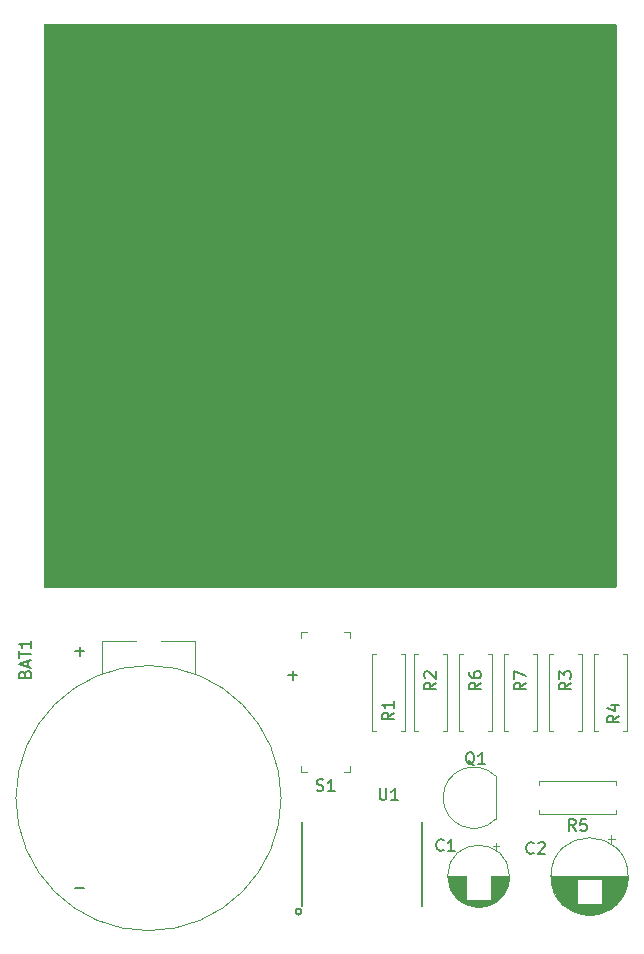
<source format=gto>
%TF.GenerationSoftware,KiCad,Pcbnew,(6.0.6)*%
%TF.CreationDate,2022-11-23T01:26:38+07:00*%
%TF.ProjectId,555_Badge,3535355f-4261-4646-9765-2e6b69636164,v01*%
%TF.SameCoordinates,Original*%
%TF.FileFunction,Legend,Top*%
%TF.FilePolarity,Positive*%
%FSLAX46Y46*%
G04 Gerber Fmt 4.6, Leading zero omitted, Abs format (unit mm)*
G04 Created by KiCad (PCBNEW (6.0.6)) date 2022-11-23 01:26:38*
%MOMM*%
%LPD*%
G01*
G04 APERTURE LIST*
%ADD10C,0.150000*%
%ADD11C,0.120000*%
%ADD12C,0.203200*%
%ADD13C,0.100000*%
G04 APERTURE END LIST*
D10*
X132207047Y-121948428D02*
X132968952Y-121948428D01*
X150241047Y-103957428D02*
X151002952Y-103957428D01*
X150622000Y-104338380D02*
X150622000Y-103576476D01*
X132207047Y-101925428D02*
X132968952Y-101925428D01*
X132588000Y-102306380D02*
X132588000Y-101544476D01*
%TO.C,R7*%
X170378380Y-104560666D02*
X169902190Y-104894000D01*
X170378380Y-105132095D02*
X169378380Y-105132095D01*
X169378380Y-104751142D01*
X169426000Y-104655904D01*
X169473619Y-104608285D01*
X169568857Y-104560666D01*
X169711714Y-104560666D01*
X169806952Y-104608285D01*
X169854571Y-104655904D01*
X169902190Y-104751142D01*
X169902190Y-105132095D01*
X169378380Y-104227333D02*
X169378380Y-103560666D01*
X170378380Y-103989238D01*
%TO.C,U1*%
X157988095Y-113498380D02*
X157988095Y-114307904D01*
X158035714Y-114403142D01*
X158083333Y-114450761D01*
X158178571Y-114498380D01*
X158369047Y-114498380D01*
X158464285Y-114450761D01*
X158511904Y-114403142D01*
X158559523Y-114307904D01*
X158559523Y-113498380D01*
X159559523Y-114498380D02*
X158988095Y-114498380D01*
X159273809Y-114498380D02*
X159273809Y-113498380D01*
X159178571Y-113641238D01*
X159083333Y-113736476D01*
X158988095Y-113784095D01*
%TO.C,R2*%
X162758380Y-104560666D02*
X162282190Y-104894000D01*
X162758380Y-105132095D02*
X161758380Y-105132095D01*
X161758380Y-104751142D01*
X161806000Y-104655904D01*
X161853619Y-104608285D01*
X161948857Y-104560666D01*
X162091714Y-104560666D01*
X162186952Y-104608285D01*
X162234571Y-104655904D01*
X162282190Y-104751142D01*
X162282190Y-105132095D01*
X161853619Y-104179714D02*
X161806000Y-104132095D01*
X161758380Y-104036857D01*
X161758380Y-103798761D01*
X161806000Y-103703523D01*
X161853619Y-103655904D01*
X161948857Y-103608285D01*
X162044095Y-103608285D01*
X162186952Y-103655904D01*
X162758380Y-104227333D01*
X162758380Y-103608285D01*
%TO.C,D1*%
X151494380Y-74647095D02*
X150494380Y-74647095D01*
X150494380Y-74409000D01*
X150542000Y-74266142D01*
X150637238Y-74170904D01*
X150732476Y-74123285D01*
X150922952Y-74075666D01*
X151065809Y-74075666D01*
X151256285Y-74123285D01*
X151351523Y-74170904D01*
X151446761Y-74266142D01*
X151494380Y-74409000D01*
X151494380Y-74647095D01*
X151494380Y-73123285D02*
X151494380Y-73694714D01*
X151494380Y-73409000D02*
X150494380Y-73409000D01*
X150637238Y-73504238D01*
X150732476Y-73599476D01*
X150780095Y-73694714D01*
%TO.C,D2*%
X165210380Y-74652095D02*
X164210380Y-74652095D01*
X164210380Y-74414000D01*
X164258000Y-74271142D01*
X164353238Y-74175904D01*
X164448476Y-74128285D01*
X164638952Y-74080666D01*
X164781809Y-74080666D01*
X164972285Y-74128285D01*
X165067523Y-74175904D01*
X165162761Y-74271142D01*
X165210380Y-74414000D01*
X165210380Y-74652095D01*
X164305619Y-73699714D02*
X164258000Y-73652095D01*
X164210380Y-73556857D01*
X164210380Y-73318761D01*
X164258000Y-73223523D01*
X164305619Y-73175904D01*
X164400857Y-73128285D01*
X164496095Y-73128285D01*
X164638952Y-73175904D01*
X165210380Y-73747333D01*
X165210380Y-73128285D01*
%TO.C,R6*%
X166568380Y-104560666D02*
X166092190Y-104894000D01*
X166568380Y-105132095D02*
X165568380Y-105132095D01*
X165568380Y-104751142D01*
X165616000Y-104655904D01*
X165663619Y-104608285D01*
X165758857Y-104560666D01*
X165901714Y-104560666D01*
X165996952Y-104608285D01*
X166044571Y-104655904D01*
X166092190Y-104751142D01*
X166092190Y-105132095D01*
X165568380Y-103703523D02*
X165568380Y-103894000D01*
X165616000Y-103989238D01*
X165663619Y-104036857D01*
X165806476Y-104132095D01*
X165996952Y-104179714D01*
X166377904Y-104179714D01*
X166473142Y-104132095D01*
X166520761Y-104084476D01*
X166568380Y-103989238D01*
X166568380Y-103798761D01*
X166520761Y-103703523D01*
X166473142Y-103655904D01*
X166377904Y-103608285D01*
X166139809Y-103608285D01*
X166044571Y-103655904D01*
X165996952Y-103703523D01*
X165949333Y-103798761D01*
X165949333Y-103989238D01*
X165996952Y-104084476D01*
X166044571Y-104132095D01*
X166139809Y-104179714D01*
%TO.C,S1*%
X152654095Y-113688761D02*
X152796952Y-113736380D01*
X153035047Y-113736380D01*
X153130285Y-113688761D01*
X153177904Y-113641142D01*
X153225523Y-113545904D01*
X153225523Y-113450666D01*
X153177904Y-113355428D01*
X153130285Y-113307809D01*
X153035047Y-113260190D01*
X152844571Y-113212571D01*
X152749333Y-113164952D01*
X152701714Y-113117333D01*
X152654095Y-113022095D01*
X152654095Y-112926857D01*
X152701714Y-112831619D01*
X152749333Y-112784000D01*
X152844571Y-112736380D01*
X153082666Y-112736380D01*
X153225523Y-112784000D01*
X154177904Y-113736380D02*
X153606476Y-113736380D01*
X153892190Y-113736380D02*
X153892190Y-112736380D01*
X153796952Y-112879238D01*
X153701714Y-112974476D01*
X153606476Y-113022095D01*
%TO.C,BAT1*%
X127944571Y-103830285D02*
X127992190Y-103687428D01*
X128039809Y-103639809D01*
X128135047Y-103592190D01*
X128277904Y-103592190D01*
X128373142Y-103639809D01*
X128420761Y-103687428D01*
X128468380Y-103782666D01*
X128468380Y-104163619D01*
X127468380Y-104163619D01*
X127468380Y-103830285D01*
X127516000Y-103735047D01*
X127563619Y-103687428D01*
X127658857Y-103639809D01*
X127754095Y-103639809D01*
X127849333Y-103687428D01*
X127896952Y-103735047D01*
X127944571Y-103830285D01*
X127944571Y-104163619D01*
X128182666Y-103211238D02*
X128182666Y-102735047D01*
X128468380Y-103306476D02*
X127468380Y-102973142D01*
X128468380Y-102639809D01*
X127468380Y-102449333D02*
X127468380Y-101877904D01*
X128468380Y-102163619D02*
X127468380Y-102163619D01*
X128468380Y-101020761D02*
X128468380Y-101592190D01*
X128468380Y-101306476D02*
X127468380Y-101306476D01*
X127611238Y-101401714D01*
X127706476Y-101496952D01*
X127754095Y-101592190D01*
%TO.C,R5*%
X174585333Y-117122380D02*
X174252000Y-116646190D01*
X174013904Y-117122380D02*
X174013904Y-116122380D01*
X174394857Y-116122380D01*
X174490095Y-116170000D01*
X174537714Y-116217619D01*
X174585333Y-116312857D01*
X174585333Y-116455714D01*
X174537714Y-116550952D01*
X174490095Y-116598571D01*
X174394857Y-116646190D01*
X174013904Y-116646190D01*
X175490095Y-116122380D02*
X175013904Y-116122380D01*
X174966285Y-116598571D01*
X175013904Y-116550952D01*
X175109142Y-116503333D01*
X175347238Y-116503333D01*
X175442476Y-116550952D01*
X175490095Y-116598571D01*
X175537714Y-116693809D01*
X175537714Y-116931904D01*
X175490095Y-117027142D01*
X175442476Y-117074761D01*
X175347238Y-117122380D01*
X175109142Y-117122380D01*
X175013904Y-117074761D01*
X174966285Y-117027142D01*
%TO.C,R4*%
X178252380Y-107354666D02*
X177776190Y-107688000D01*
X178252380Y-107926095D02*
X177252380Y-107926095D01*
X177252380Y-107545142D01*
X177300000Y-107449904D01*
X177347619Y-107402285D01*
X177442857Y-107354666D01*
X177585714Y-107354666D01*
X177680952Y-107402285D01*
X177728571Y-107449904D01*
X177776190Y-107545142D01*
X177776190Y-107926095D01*
X177585714Y-106497523D02*
X178252380Y-106497523D01*
X177204761Y-106735619D02*
X177919047Y-106973714D01*
X177919047Y-106354666D01*
%TO.C,C1*%
X163409333Y-118721142D02*
X163361714Y-118768761D01*
X163218857Y-118816380D01*
X163123619Y-118816380D01*
X162980761Y-118768761D01*
X162885523Y-118673523D01*
X162837904Y-118578285D01*
X162790285Y-118387809D01*
X162790285Y-118244952D01*
X162837904Y-118054476D01*
X162885523Y-117959238D01*
X162980761Y-117864000D01*
X163123619Y-117816380D01*
X163218857Y-117816380D01*
X163361714Y-117864000D01*
X163409333Y-117911619D01*
X164361714Y-118816380D02*
X163790285Y-118816380D01*
X164076000Y-118816380D02*
X164076000Y-117816380D01*
X163980761Y-117959238D01*
X163885523Y-118054476D01*
X163790285Y-118102095D01*
%TO.C,R1*%
X159202380Y-107100666D02*
X158726190Y-107434000D01*
X159202380Y-107672095D02*
X158202380Y-107672095D01*
X158202380Y-107291142D01*
X158250000Y-107195904D01*
X158297619Y-107148285D01*
X158392857Y-107100666D01*
X158535714Y-107100666D01*
X158630952Y-107148285D01*
X158678571Y-107195904D01*
X158726190Y-107291142D01*
X158726190Y-107672095D01*
X159202380Y-106148285D02*
X159202380Y-106719714D01*
X159202380Y-106434000D02*
X158202380Y-106434000D01*
X158345238Y-106529238D01*
X158440476Y-106624476D01*
X158488095Y-106719714D01*
%TO.C,R3*%
X174188380Y-104560666D02*
X173712190Y-104894000D01*
X174188380Y-105132095D02*
X173188380Y-105132095D01*
X173188380Y-104751142D01*
X173236000Y-104655904D01*
X173283619Y-104608285D01*
X173378857Y-104560666D01*
X173521714Y-104560666D01*
X173616952Y-104608285D01*
X173664571Y-104655904D01*
X173712190Y-104751142D01*
X173712190Y-105132095D01*
X173188380Y-104227333D02*
X173188380Y-103608285D01*
X173569333Y-103941619D01*
X173569333Y-103798761D01*
X173616952Y-103703523D01*
X173664571Y-103655904D01*
X173759809Y-103608285D01*
X173997904Y-103608285D01*
X174093142Y-103655904D01*
X174140761Y-103703523D01*
X174188380Y-103798761D01*
X174188380Y-104084476D01*
X174140761Y-104179714D01*
X174093142Y-104227333D01*
%TO.C,Q1*%
X166020761Y-111545619D02*
X165925523Y-111498000D01*
X165830285Y-111402761D01*
X165687428Y-111259904D01*
X165592190Y-111212285D01*
X165496952Y-111212285D01*
X165544571Y-111450380D02*
X165449333Y-111402761D01*
X165354095Y-111307523D01*
X165306476Y-111117047D01*
X165306476Y-110783714D01*
X165354095Y-110593238D01*
X165449333Y-110498000D01*
X165544571Y-110450380D01*
X165735047Y-110450380D01*
X165830285Y-110498000D01*
X165925523Y-110593238D01*
X165973142Y-110783714D01*
X165973142Y-111117047D01*
X165925523Y-111307523D01*
X165830285Y-111402761D01*
X165735047Y-111450380D01*
X165544571Y-111450380D01*
X166925523Y-111450380D02*
X166354095Y-111450380D01*
X166639809Y-111450380D02*
X166639809Y-110450380D01*
X166544571Y-110593238D01*
X166449333Y-110688476D01*
X166354095Y-110736095D01*
%TO.C,C2*%
X171029333Y-118975142D02*
X170981714Y-119022761D01*
X170838857Y-119070380D01*
X170743619Y-119070380D01*
X170600761Y-119022761D01*
X170505523Y-118927523D01*
X170457904Y-118832285D01*
X170410285Y-118641809D01*
X170410285Y-118498952D01*
X170457904Y-118308476D01*
X170505523Y-118213238D01*
X170600761Y-118118000D01*
X170743619Y-118070380D01*
X170838857Y-118070380D01*
X170981714Y-118118000D01*
X171029333Y-118165619D01*
X171410285Y-118165619D02*
X171457904Y-118118000D01*
X171553142Y-118070380D01*
X171791238Y-118070380D01*
X171886476Y-118118000D01*
X171934095Y-118165619D01*
X171981714Y-118260857D01*
X171981714Y-118356095D01*
X171934095Y-118498952D01*
X171362666Y-119070380D01*
X171981714Y-119070380D01*
D11*
%TO.C,R7*%
X168556000Y-108680000D02*
X168556000Y-102140000D01*
X168886000Y-108680000D02*
X168556000Y-108680000D01*
X170966000Y-108680000D02*
X171296000Y-108680000D01*
X171296000Y-102140000D02*
X170966000Y-102140000D01*
X171296000Y-108680000D02*
X171296000Y-102140000D01*
X168556000Y-102140000D02*
X168886000Y-102140000D01*
D12*
%TO.C,U1*%
X151384000Y-116332000D02*
X151384000Y-123444000D01*
X161544000Y-116332000D02*
X161544000Y-123444000D01*
X151384000Y-123952000D02*
G75*
G03*
X151384000Y-123952000I-254000J0D01*
G01*
D11*
%TO.C,R2*%
X163676000Y-108680000D02*
X163676000Y-102140000D01*
X160936000Y-102140000D02*
X161266000Y-102140000D01*
X163346000Y-108680000D02*
X163676000Y-108680000D01*
X161266000Y-108680000D02*
X160936000Y-108680000D01*
X160936000Y-108680000D02*
X160936000Y-102140000D01*
X163676000Y-102140000D02*
X163346000Y-102140000D01*
%TO.C,D1*%
X147002000Y-72349000D02*
X146846000Y-72349000D01*
X149318000Y-72349000D02*
X149162000Y-72349000D01*
X149161837Y-74950130D02*
G75*
G03*
X149162000Y-72868039I-1079837J1041130D01*
G01*
X149160608Y-75581335D02*
G75*
G03*
X149317516Y-72349000I-1078608J1672335D01*
G01*
X146846484Y-72349000D02*
G75*
G03*
X147003392Y-75581335I1235516J-1560000D01*
G01*
X147002000Y-72868039D02*
G75*
G03*
X147002163Y-74950130I1080000J-1040961D01*
G01*
%TO.C,D2*%
X160718000Y-72354000D02*
X160562000Y-72354000D01*
X163034000Y-72354000D02*
X162878000Y-72354000D01*
X162877837Y-74955130D02*
G75*
G03*
X162878000Y-72873039I-1079837J1041130D01*
G01*
X160718000Y-72873039D02*
G75*
G03*
X160718163Y-74955130I1080000J-1040961D01*
G01*
X162876608Y-75586335D02*
G75*
G03*
X163033516Y-72354000I-1078608J1672335D01*
G01*
X160562484Y-72354000D02*
G75*
G03*
X160719392Y-75586335I1235516J-1560000D01*
G01*
%TO.C,R6*%
X165076000Y-108680000D02*
X164746000Y-108680000D01*
X167156000Y-108680000D02*
X167486000Y-108680000D01*
X167486000Y-102140000D02*
X167156000Y-102140000D01*
X164746000Y-102140000D02*
X165076000Y-102140000D01*
X167486000Y-108680000D02*
X167486000Y-102140000D01*
X164746000Y-108680000D02*
X164746000Y-102140000D01*
D13*
%TO.C,S1*%
X151316000Y-100252000D02*
X151816000Y-100252000D01*
X155516000Y-100252000D02*
X155016000Y-100252000D01*
X151316000Y-100252000D02*
X151316000Y-100752000D01*
X151316000Y-112152000D02*
X151816000Y-112152000D01*
X155516000Y-112152000D02*
X155516000Y-111652000D01*
X155516000Y-112152000D02*
X155016000Y-112152000D01*
X151316000Y-112152000D02*
X151316000Y-111652000D01*
X155516000Y-100252000D02*
X155516000Y-100752000D01*
%TO.C,BAT1*%
X142341600Y-103771700D02*
X142341600Y-101028500D01*
X134518400Y-103771700D02*
X134518400Y-101028500D01*
X142341600Y-101028500D02*
X139496800Y-101028500D01*
X134518400Y-101028500D02*
X137363200Y-101028500D01*
X149656800Y-114338100D02*
G75*
G03*
X149656800Y-114338100I-11226800J0D01*
G01*
D11*
%TO.C,R5*%
X178022000Y-115670000D02*
X171482000Y-115670000D01*
X178022000Y-112930000D02*
X171482000Y-112930000D01*
X178022000Y-113260000D02*
X178022000Y-112930000D01*
X171482000Y-115670000D02*
X171482000Y-115340000D01*
X171482000Y-112930000D02*
X171482000Y-113260000D01*
X178022000Y-115340000D02*
X178022000Y-115670000D01*
%TO.C,R4*%
X178916000Y-108680000D02*
X178916000Y-102140000D01*
X176176000Y-102140000D02*
X176506000Y-102140000D01*
X176176000Y-108680000D02*
X176176000Y-102140000D01*
X178916000Y-102140000D02*
X178586000Y-102140000D01*
X178586000Y-108680000D02*
X178916000Y-108680000D01*
X176506000Y-108680000D02*
X176176000Y-108680000D01*
%TO.C,C1*%
X168990000Y-120948888D02*
G75*
G03*
X168990000Y-120948888I-2620000J0D01*
G01*
X165330000Y-121308888D02*
X163814000Y-121308888D01*
X168234000Y-122749888D02*
X167410000Y-122749888D01*
X167381000Y-123349888D02*
X165359000Y-123349888D01*
X165330000Y-121108888D02*
X163794000Y-121108888D01*
X168023000Y-122949888D02*
X167410000Y-122949888D01*
X165330000Y-122829888D02*
X164585000Y-122829888D01*
X168935000Y-121228888D02*
X167410000Y-121228888D01*
X167621000Y-123229888D02*
X165119000Y-123229888D01*
X168898000Y-121468888D02*
X167410000Y-121468888D01*
X168069000Y-122909888D02*
X167410000Y-122909888D01*
X168931000Y-121268888D02*
X167410000Y-121268888D01*
X168881000Y-121548888D02*
X167410000Y-121548888D01*
X165330000Y-121789888D02*
X163928000Y-121789888D01*
X167175000Y-123429888D02*
X165565000Y-123429888D01*
X165330000Y-121028888D02*
X163791000Y-121028888D01*
X165330000Y-122269888D02*
X164146000Y-122269888D01*
X167285000Y-123389888D02*
X165455000Y-123389888D01*
X168950000Y-120988888D02*
X167410000Y-120988888D01*
X165330000Y-121548888D02*
X163859000Y-121548888D01*
X165330000Y-122509888D02*
X164305000Y-122509888D01*
X168155000Y-122829888D02*
X167410000Y-122829888D01*
X168307000Y-122669888D02*
X167410000Y-122669888D01*
X168718000Y-122029888D02*
X167410000Y-122029888D01*
X165330000Y-121268888D02*
X163809000Y-121268888D01*
X167047000Y-123469888D02*
X165693000Y-123469888D01*
X165330000Y-121749888D02*
X163915000Y-121749888D01*
X168913000Y-121388888D02*
X167410000Y-121388888D01*
X168570000Y-122309888D02*
X167410000Y-122309888D01*
X165330000Y-122909888D02*
X164671000Y-122909888D01*
X165330000Y-122469888D02*
X164275000Y-122469888D01*
X165330000Y-122189888D02*
X164102000Y-122189888D01*
X165330000Y-121588888D02*
X163869000Y-121588888D01*
X165330000Y-122029888D02*
X164022000Y-122029888D01*
X165330000Y-121709888D02*
X163902000Y-121709888D01*
X168594000Y-122269888D02*
X167410000Y-122269888D01*
X167548000Y-123269888D02*
X165192000Y-123269888D01*
X168950000Y-120948888D02*
X167410000Y-120948888D01*
X165330000Y-122549888D02*
X164335000Y-122549888D01*
X167975000Y-122989888D02*
X164765000Y-122989888D01*
X165330000Y-121669888D02*
X163890000Y-121669888D01*
X167689000Y-123189888D02*
X165051000Y-123189888D01*
X168906000Y-121428888D02*
X167410000Y-121428888D01*
X168699000Y-122069888D02*
X167410000Y-122069888D01*
X168784000Y-121869888D02*
X167410000Y-121869888D01*
X165330000Y-122309888D02*
X164170000Y-122309888D01*
X165330000Y-122669888D02*
X164433000Y-122669888D01*
X165330000Y-120988888D02*
X163790000Y-120988888D01*
X165330000Y-121468888D02*
X163842000Y-121468888D01*
X168660000Y-122149888D02*
X167410000Y-122149888D01*
X168752000Y-121949888D02*
X167410000Y-121949888D01*
X168680000Y-122109888D02*
X167410000Y-122109888D01*
X168374000Y-122589888D02*
X167410000Y-122589888D01*
X165330000Y-122629888D02*
X164399000Y-122629888D01*
X165330000Y-122109888D02*
X164060000Y-122109888D01*
X167813000Y-123109888D02*
X164927000Y-123109888D01*
X165330000Y-121068888D02*
X163792000Y-121068888D01*
X168850000Y-121669888D02*
X167410000Y-121669888D01*
X167468000Y-123309888D02*
X165272000Y-123309888D01*
X168838000Y-121709888D02*
X167410000Y-121709888D01*
X165330000Y-121909888D02*
X163972000Y-121909888D01*
X165330000Y-122869888D02*
X164627000Y-122869888D01*
X165330000Y-121148888D02*
X163797000Y-121148888D01*
X165330000Y-121628888D02*
X163879000Y-121628888D01*
X168465000Y-122469888D02*
X167410000Y-122469888D01*
X167924000Y-123029888D02*
X164816000Y-123029888D01*
X165330000Y-122749888D02*
X164506000Y-122749888D01*
X168196000Y-122789888D02*
X167410000Y-122789888D01*
X168341000Y-122629888D02*
X167410000Y-122629888D01*
X168926000Y-121308888D02*
X167410000Y-121308888D01*
X168617000Y-122229888D02*
X167410000Y-122229888D01*
X168943000Y-121148888D02*
X167410000Y-121148888D01*
X165330000Y-122589888D02*
X164366000Y-122589888D01*
X168871000Y-121588888D02*
X167410000Y-121588888D01*
X168825000Y-121749888D02*
X167410000Y-121749888D01*
X167870000Y-123069888D02*
X164870000Y-123069888D01*
X165330000Y-121989888D02*
X164005000Y-121989888D01*
X165330000Y-122149888D02*
X164080000Y-122149888D01*
X165330000Y-121949888D02*
X163988000Y-121949888D01*
X168949000Y-121028888D02*
X167410000Y-121028888D01*
X165330000Y-121348888D02*
X163820000Y-121348888D01*
X165330000Y-122389888D02*
X164221000Y-122389888D01*
X165330000Y-122429888D02*
X164248000Y-122429888D01*
X165330000Y-122709888D02*
X164469000Y-122709888D01*
X168946000Y-121108888D02*
X167410000Y-121108888D01*
X165330000Y-121508888D02*
X163850000Y-121508888D01*
X167845000Y-118144113D02*
X167845000Y-118644113D01*
X168405000Y-122549888D02*
X167410000Y-122549888D01*
X168890000Y-121508888D02*
X167410000Y-121508888D01*
X165330000Y-121188888D02*
X163801000Y-121188888D01*
X168861000Y-121628888D02*
X167410000Y-121628888D01*
X168095000Y-118394113D02*
X167595000Y-118394113D01*
X165330000Y-120948888D02*
X163790000Y-120948888D01*
X168735000Y-121989888D02*
X167410000Y-121989888D01*
X168271000Y-122709888D02*
X167410000Y-122709888D01*
X168545000Y-122349888D02*
X167410000Y-122349888D01*
X165330000Y-121869888D02*
X163956000Y-121869888D01*
X168812000Y-121789888D02*
X167410000Y-121789888D01*
X168798000Y-121829888D02*
X167410000Y-121829888D01*
X168519000Y-122389888D02*
X167410000Y-122389888D01*
X165330000Y-121228888D02*
X163805000Y-121228888D01*
X168638000Y-122189888D02*
X167410000Y-122189888D01*
X165330000Y-121829888D02*
X163942000Y-121829888D01*
X168920000Y-121348888D02*
X167410000Y-121348888D01*
X168435000Y-122509888D02*
X167410000Y-122509888D01*
X168939000Y-121188888D02*
X167410000Y-121188888D01*
X167753000Y-123149888D02*
X164987000Y-123149888D01*
X168113000Y-122869888D02*
X167410000Y-122869888D01*
X165330000Y-122349888D02*
X164195000Y-122349888D01*
X165330000Y-122069888D02*
X164041000Y-122069888D01*
X166888000Y-123509888D02*
X165852000Y-123509888D01*
X165330000Y-122229888D02*
X164123000Y-122229888D01*
X165330000Y-122789888D02*
X164544000Y-122789888D01*
X168768000Y-121909888D02*
X167410000Y-121909888D01*
X168492000Y-122429888D02*
X167410000Y-122429888D01*
X166654000Y-123549888D02*
X166086000Y-123549888D01*
X165330000Y-121388888D02*
X163827000Y-121388888D01*
X165330000Y-121428888D02*
X163834000Y-121428888D01*
X168948000Y-121068888D02*
X167410000Y-121068888D01*
X165330000Y-122949888D02*
X164717000Y-122949888D01*
%TO.C,R1*%
X159790000Y-102140000D02*
X160120000Y-102140000D01*
X160120000Y-102140000D02*
X160120000Y-108680000D01*
X160120000Y-108680000D02*
X159790000Y-108680000D01*
X157710000Y-102140000D02*
X157380000Y-102140000D01*
X157380000Y-108680000D02*
X157710000Y-108680000D01*
X157380000Y-102140000D02*
X157380000Y-108680000D01*
%TO.C,R3*%
X175106000Y-108680000D02*
X174776000Y-108680000D01*
X174776000Y-102140000D02*
X175106000Y-102140000D01*
X172366000Y-108680000D02*
X172696000Y-108680000D01*
X175106000Y-102140000D02*
X175106000Y-108680000D01*
X172366000Y-102140000D02*
X172366000Y-108680000D01*
X172696000Y-102140000D02*
X172366000Y-102140000D01*
%TO.C,Q1*%
X163367999Y-114300000D02*
G75*
G03*
X167806478Y-116138478I2600001J0D01*
G01*
X167806478Y-112461522D02*
G75*
G03*
X163368000Y-114300000I-1838478J-1838478D01*
G01*
X167818000Y-116100000D02*
X167818000Y-112500000D01*
%TO.C,C2*%
X178974000Y-121371621D02*
X176808000Y-121371621D01*
X174728000Y-122292621D02*
X172816000Y-122292621D01*
X176570000Y-124132621D02*
X174966000Y-124132621D01*
X178111000Y-123212621D02*
X176808000Y-123212621D01*
X174728000Y-121411621D02*
X172567000Y-121411621D01*
X178998000Y-120971621D02*
X172538000Y-120971621D01*
X178484000Y-122732621D02*
X176808000Y-122732621D01*
X174728000Y-122532621D02*
X172934000Y-122532621D01*
X174728000Y-123052621D02*
X173284000Y-123052621D01*
X178738000Y-122252621D02*
X176808000Y-122252621D01*
X174728000Y-122572621D02*
X172956000Y-122572621D01*
X178935000Y-121611621D02*
X176808000Y-121611621D01*
X177482000Y-123732621D02*
X174054000Y-123732621D01*
X177607000Y-117471380D02*
X177607000Y-118101380D01*
X178375000Y-122892621D02*
X176808000Y-122892621D01*
X178963000Y-121451621D02*
X176808000Y-121451621D01*
X174728000Y-122732621D02*
X173052000Y-122732621D01*
X174728000Y-122052621D02*
X172721000Y-122052621D01*
X177200000Y-123892621D02*
X174336000Y-123892621D01*
X178996000Y-121091621D02*
X172540000Y-121091621D01*
X174728000Y-122652621D02*
X173002000Y-122652621D01*
X176827000Y-124052621D02*
X174709000Y-124052621D01*
X178316000Y-122972621D02*
X176808000Y-122972621D01*
X176708000Y-124092621D02*
X174828000Y-124092621D01*
X178770000Y-122172621D02*
X176808000Y-122172621D01*
X178624000Y-122492621D02*
X176808000Y-122492621D01*
X174728000Y-121611621D02*
X172601000Y-121611621D01*
X178927000Y-121651621D02*
X176808000Y-121651621D01*
X174728000Y-121211621D02*
X172546000Y-121211621D01*
X174728000Y-123132621D02*
X173352000Y-123132621D01*
X178992000Y-121171621D02*
X172544000Y-121171621D01*
X177950000Y-123372621D02*
X173586000Y-123372621D01*
X178909000Y-121732621D02*
X176808000Y-121732621D01*
X177905000Y-123412621D02*
X173631000Y-123412621D01*
X178073000Y-123252621D02*
X176808000Y-123252621D01*
X177602000Y-123652621D02*
X173934000Y-123652621D01*
X174728000Y-121892621D02*
X172670000Y-121892621D01*
X174728000Y-122852621D02*
X173132000Y-122852621D01*
X174728000Y-122092621D02*
X172735000Y-122092621D01*
X178957000Y-121491621D02*
X176808000Y-121491621D01*
X174728000Y-122932621D02*
X173190000Y-122932621D01*
X178842000Y-121972621D02*
X176808000Y-121972621D01*
X174728000Y-121451621D02*
X172573000Y-121451621D01*
X177544000Y-123692621D02*
X173992000Y-123692621D01*
X174728000Y-121732621D02*
X172627000Y-121732621D01*
X177812000Y-123492621D02*
X173724000Y-123492621D01*
X174728000Y-122452621D02*
X172892000Y-122452621D01*
X178284000Y-123012621D02*
X176808000Y-123012621D01*
X178998000Y-121011621D02*
X172538000Y-121011621D01*
X174728000Y-122372621D02*
X172852000Y-122372621D01*
X178534000Y-122652621D02*
X176808000Y-122652621D01*
X174728000Y-122172621D02*
X172766000Y-122172621D01*
X178995000Y-121131621D02*
X172541000Y-121131621D01*
X177030000Y-123972621D02*
X174506000Y-123972621D01*
X174728000Y-122012621D02*
X172707000Y-122012621D01*
X174728000Y-121932621D02*
X172682000Y-121932621D01*
X174728000Y-123092621D02*
X173318000Y-123092621D01*
X174728000Y-122692621D02*
X173026000Y-122692621D01*
X174728000Y-123212621D02*
X173425000Y-123212621D01*
X178878000Y-121852621D02*
X176808000Y-121852621D01*
X177712000Y-123572621D02*
X173824000Y-123572621D01*
X178801000Y-122092621D02*
X176808000Y-122092621D01*
X174728000Y-122492621D02*
X172912000Y-122492621D01*
X178998000Y-121051621D02*
X172538000Y-121051621D01*
X178580000Y-122572621D02*
X176808000Y-122572621D01*
X178558000Y-122612621D02*
X176808000Y-122612621D01*
X178458000Y-122772621D02*
X176808000Y-122772621D01*
X177277000Y-123852621D02*
X174259000Y-123852621D01*
X174728000Y-121692621D02*
X172618000Y-121692621D01*
X174728000Y-122212621D02*
X172782000Y-122212621D01*
X174728000Y-122252621D02*
X172798000Y-122252621D01*
X178866000Y-121892621D02*
X176808000Y-121892621D01*
X174728000Y-121251621D02*
X172550000Y-121251621D01*
X178218000Y-123092621D02*
X176808000Y-123092621D01*
X174728000Y-121852621D02*
X172658000Y-121852621D01*
X174728000Y-121772621D02*
X172637000Y-121772621D01*
X178754000Y-122212621D02*
X176808000Y-122212621D01*
X178889000Y-121812621D02*
X176808000Y-121812621D01*
X174728000Y-123172621D02*
X173388000Y-123172621D01*
X174728000Y-122132621D02*
X172750000Y-122132621D01*
X178432000Y-122812621D02*
X176808000Y-122812621D01*
X174728000Y-121812621D02*
X172647000Y-121812621D01*
X178684000Y-122372621D02*
X176808000Y-122372621D01*
X178983000Y-121291621D02*
X176808000Y-121291621D01*
X174728000Y-121291621D02*
X172553000Y-121291621D01*
X174728000Y-121531621D02*
X172586000Y-121531621D01*
X178990000Y-121211621D02*
X176808000Y-121211621D01*
X177860000Y-123452621D02*
X173676000Y-123452621D01*
X174728000Y-121651621D02*
X172609000Y-121651621D01*
X178252000Y-123052621D02*
X176808000Y-123052621D01*
X177922000Y-117786380D02*
X177292000Y-117786380D01*
X178510000Y-122692621D02*
X176808000Y-122692621D01*
X178033000Y-123292621D02*
X173503000Y-123292621D01*
X174728000Y-123012621D02*
X173252000Y-123012621D01*
X178969000Y-121411621D02*
X176808000Y-121411621D01*
X174728000Y-122772621D02*
X173078000Y-122772621D01*
X174728000Y-122412621D02*
X172872000Y-122412621D01*
X178786000Y-122132621D02*
X176808000Y-122132621D01*
X174728000Y-122972621D02*
X173220000Y-122972621D01*
X174728000Y-122612621D02*
X172978000Y-122612621D01*
X178184000Y-123132621D02*
X176808000Y-123132621D01*
X178404000Y-122852621D02*
X176808000Y-122852621D01*
X178943000Y-121571621D02*
X176808000Y-121571621D01*
X174728000Y-122892621D02*
X173161000Y-122892621D01*
X174728000Y-121571621D02*
X172593000Y-121571621D01*
X174728000Y-122332621D02*
X172834000Y-122332621D01*
X178720000Y-122292621D02*
X176808000Y-122292621D01*
X178602000Y-122532621D02*
X176808000Y-122532621D01*
X177992000Y-123332621D02*
X173544000Y-123332621D01*
X174728000Y-121972621D02*
X172694000Y-121972621D01*
X178899000Y-121772621D02*
X176808000Y-121772621D01*
X177118000Y-123932621D02*
X174418000Y-123932621D01*
X177349000Y-123812621D02*
X174187000Y-123812621D01*
X178644000Y-122452621D02*
X176808000Y-122452621D01*
X178815000Y-122052621D02*
X176808000Y-122052621D01*
X178986000Y-121251621D02*
X176808000Y-121251621D01*
X178979000Y-121331621D02*
X176808000Y-121331621D01*
X178829000Y-122012621D02*
X176808000Y-122012621D01*
X178950000Y-121531621D02*
X176808000Y-121531621D01*
X178664000Y-122412621D02*
X176808000Y-122412621D01*
X177658000Y-123612621D02*
X173878000Y-123612621D01*
X174728000Y-122812621D02*
X173104000Y-122812621D01*
X174728000Y-123252621D02*
X173463000Y-123252621D01*
X174728000Y-121371621D02*
X172562000Y-121371621D01*
X176401000Y-124172621D02*
X175135000Y-124172621D01*
X176170000Y-124212621D02*
X175366000Y-124212621D01*
X174728000Y-121331621D02*
X172557000Y-121331621D01*
X178148000Y-123172621D02*
X176808000Y-123172621D01*
X177418000Y-123772621D02*
X174118000Y-123772621D01*
X178702000Y-122332621D02*
X176808000Y-122332621D01*
X178854000Y-121932621D02*
X176808000Y-121932621D01*
X178918000Y-121692621D02*
X176808000Y-121692621D01*
X176933000Y-124012621D02*
X174603000Y-124012621D01*
X177763000Y-123532621D02*
X173773000Y-123532621D01*
X174728000Y-121491621D02*
X172579000Y-121491621D01*
X178346000Y-122932621D02*
X176808000Y-122932621D01*
X179038000Y-120971621D02*
G75*
G03*
X179038000Y-120971621I-3270000J0D01*
G01*
%TD*%
G36*
X177996121Y-48788002D02*
G01*
X178042614Y-48841658D01*
X178054000Y-48894000D01*
X178054000Y-96394000D01*
X178033998Y-96462121D01*
X177980342Y-96508614D01*
X177928000Y-96520000D01*
X129666000Y-96520000D01*
X129597879Y-96499998D01*
X129551386Y-96446342D01*
X129540000Y-96394000D01*
X129540000Y-48894000D01*
X129560002Y-48825879D01*
X129613658Y-48779386D01*
X129666000Y-48768000D01*
X177928000Y-48768000D01*
X177996121Y-48788002D01*
G37*
M02*

</source>
